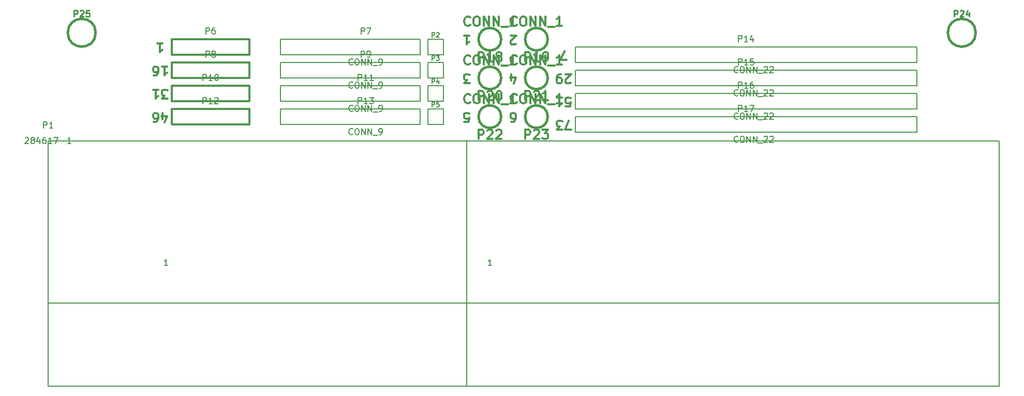
<source format=gto>
G04 (created by PCBNEW (2013-07-07 BZR 4022)-stable) date 02/06/2014 08:27:59*
%MOIN*%
G04 Gerber Fmt 3.4, Leading zero omitted, Abs format*
%FSLAX34Y34*%
G01*
G70*
G90*
G04 APERTURE LIST*
%ADD10C,0.00590551*%
%ADD11C,0.011811*%
%ADD12C,0.012*%
%ADD13C,0.015*%
%ADD14C,0.006*%
%ADD15C,0.008*%
%ADD16C,0.01*%
G04 APERTURE END LIST*
G54D10*
G54D11*
X62228Y-44851D02*
X61834Y-44851D01*
X62087Y-44260D01*
X61665Y-44851D02*
X61300Y-44851D01*
X61496Y-44626D01*
X61412Y-44626D01*
X61356Y-44598D01*
X61328Y-44570D01*
X61300Y-44514D01*
X61300Y-44373D01*
X61328Y-44317D01*
X61356Y-44289D01*
X61412Y-44260D01*
X61581Y-44260D01*
X61637Y-44289D01*
X61665Y-44317D01*
X61890Y-43351D02*
X62171Y-43351D01*
X62199Y-43070D01*
X62171Y-43098D01*
X62115Y-43126D01*
X61974Y-43126D01*
X61918Y-43098D01*
X61890Y-43070D01*
X61862Y-43014D01*
X61862Y-42873D01*
X61890Y-42817D01*
X61918Y-42789D01*
X61974Y-42760D01*
X62115Y-42760D01*
X62171Y-42789D01*
X62199Y-42817D01*
X61300Y-42760D02*
X61637Y-42760D01*
X61468Y-42760D02*
X61468Y-43351D01*
X61525Y-43267D01*
X61581Y-43210D01*
X61637Y-43182D01*
X62199Y-41795D02*
X62171Y-41823D01*
X62115Y-41851D01*
X61974Y-41851D01*
X61918Y-41823D01*
X61890Y-41795D01*
X61862Y-41739D01*
X61862Y-41682D01*
X61890Y-41598D01*
X62228Y-41260D01*
X61862Y-41260D01*
X61581Y-41260D02*
X61468Y-41260D01*
X61412Y-41289D01*
X61384Y-41317D01*
X61328Y-41401D01*
X61300Y-41514D01*
X61300Y-41739D01*
X61328Y-41795D01*
X61356Y-41823D01*
X61412Y-41851D01*
X61525Y-41851D01*
X61581Y-41823D01*
X61609Y-41795D01*
X61637Y-41739D01*
X61637Y-41598D01*
X61609Y-41542D01*
X61581Y-41514D01*
X61525Y-41485D01*
X61412Y-41485D01*
X61356Y-41514D01*
X61328Y-41542D01*
X61300Y-41598D01*
X61946Y-40351D02*
X61553Y-40351D01*
X61806Y-39760D01*
X58387Y-44351D02*
X58499Y-44351D01*
X58556Y-44323D01*
X58584Y-44295D01*
X58640Y-44210D01*
X58668Y-44098D01*
X58668Y-43873D01*
X58640Y-43817D01*
X58612Y-43789D01*
X58556Y-43760D01*
X58443Y-43760D01*
X58387Y-43789D01*
X58359Y-43817D01*
X58331Y-43873D01*
X58331Y-44014D01*
X58359Y-44070D01*
X58387Y-44098D01*
X58443Y-44126D01*
X58556Y-44126D01*
X58612Y-44098D01*
X58640Y-44070D01*
X58668Y-44014D01*
X55359Y-44351D02*
X55640Y-44351D01*
X55668Y-44070D01*
X55640Y-44098D01*
X55584Y-44126D01*
X55443Y-44126D01*
X55387Y-44098D01*
X55359Y-44070D01*
X55331Y-44014D01*
X55331Y-43873D01*
X55359Y-43817D01*
X55387Y-43789D01*
X55443Y-43760D01*
X55584Y-43760D01*
X55640Y-43789D01*
X55668Y-43817D01*
X58387Y-41654D02*
X58387Y-41260D01*
X58528Y-41879D02*
X58668Y-41457D01*
X58303Y-41457D01*
X55696Y-41851D02*
X55331Y-41851D01*
X55528Y-41626D01*
X55443Y-41626D01*
X55387Y-41598D01*
X55359Y-41570D01*
X55331Y-41514D01*
X55331Y-41373D01*
X55359Y-41317D01*
X55387Y-41289D01*
X55443Y-41260D01*
X55612Y-41260D01*
X55668Y-41289D01*
X55696Y-41317D01*
X58668Y-39295D02*
X58640Y-39323D01*
X58584Y-39351D01*
X58443Y-39351D01*
X58387Y-39323D01*
X58359Y-39295D01*
X58331Y-39239D01*
X58331Y-39182D01*
X58359Y-39098D01*
X58696Y-38760D01*
X58331Y-38760D01*
X55331Y-38760D02*
X55668Y-38760D01*
X55499Y-38760D02*
X55499Y-39351D01*
X55556Y-39267D01*
X55612Y-39210D01*
X55668Y-39182D01*
X35918Y-44154D02*
X35918Y-43760D01*
X36059Y-44379D02*
X36199Y-43957D01*
X35834Y-43957D01*
X35356Y-44351D02*
X35468Y-44351D01*
X35525Y-44323D01*
X35553Y-44295D01*
X35609Y-44210D01*
X35637Y-44098D01*
X35637Y-43873D01*
X35609Y-43817D01*
X35581Y-43789D01*
X35525Y-43760D01*
X35412Y-43760D01*
X35356Y-43789D01*
X35328Y-43817D01*
X35300Y-43873D01*
X35300Y-44014D01*
X35328Y-44070D01*
X35356Y-44098D01*
X35412Y-44126D01*
X35525Y-44126D01*
X35581Y-44098D01*
X35609Y-44070D01*
X35637Y-44014D01*
X36228Y-42851D02*
X35862Y-42851D01*
X36059Y-42626D01*
X35974Y-42626D01*
X35918Y-42598D01*
X35890Y-42570D01*
X35862Y-42514D01*
X35862Y-42373D01*
X35890Y-42317D01*
X35918Y-42289D01*
X35974Y-42260D01*
X36143Y-42260D01*
X36199Y-42289D01*
X36228Y-42317D01*
X35300Y-42260D02*
X35637Y-42260D01*
X35468Y-42260D02*
X35468Y-42851D01*
X35525Y-42767D01*
X35581Y-42710D01*
X35637Y-42682D01*
X35862Y-40760D02*
X36199Y-40760D01*
X36031Y-40760D02*
X36031Y-41351D01*
X36087Y-41267D01*
X36143Y-41210D01*
X36199Y-41182D01*
X35356Y-41351D02*
X35468Y-41351D01*
X35525Y-41323D01*
X35553Y-41295D01*
X35609Y-41210D01*
X35637Y-41098D01*
X35637Y-40873D01*
X35609Y-40817D01*
X35581Y-40789D01*
X35525Y-40760D01*
X35412Y-40760D01*
X35356Y-40789D01*
X35328Y-40817D01*
X35300Y-40873D01*
X35300Y-41014D01*
X35328Y-41070D01*
X35356Y-41098D01*
X35412Y-41126D01*
X35525Y-41126D01*
X35581Y-41098D01*
X35609Y-41070D01*
X35637Y-41014D01*
X35581Y-39260D02*
X35918Y-39260D01*
X35749Y-39260D02*
X35749Y-39851D01*
X35806Y-39767D01*
X35862Y-39710D01*
X35918Y-39682D01*
G54D10*
X55511Y-45570D02*
X55511Y-61397D01*
X28543Y-56043D02*
X89803Y-56043D01*
X28543Y-45570D02*
X28543Y-61397D01*
X28543Y-61397D02*
X89803Y-61397D01*
X89803Y-61397D02*
X89803Y-45570D01*
X55511Y-45492D02*
X55511Y-45649D01*
X28543Y-45570D02*
X89803Y-45570D01*
X43500Y-39000D02*
X52500Y-39000D01*
X52500Y-39000D02*
X52500Y-40000D01*
X52500Y-40000D02*
X43500Y-40000D01*
X43500Y-40000D02*
X43500Y-39000D01*
X43500Y-40500D02*
X52500Y-40500D01*
X52500Y-40500D02*
X52500Y-41500D01*
X52500Y-41500D02*
X43500Y-41500D01*
X43500Y-41500D02*
X43500Y-40500D01*
X43500Y-42000D02*
X52500Y-42000D01*
X52500Y-42000D02*
X52500Y-43000D01*
X52500Y-43000D02*
X43500Y-43000D01*
X43500Y-43000D02*
X43500Y-42000D01*
X43500Y-43500D02*
X52500Y-43500D01*
X52500Y-43500D02*
X52500Y-44500D01*
X52500Y-44500D02*
X43500Y-44500D01*
X43500Y-44500D02*
X43500Y-43500D01*
G54D12*
X36500Y-39000D02*
X36500Y-40000D01*
X41500Y-40000D02*
X41500Y-39000D01*
X36500Y-39000D02*
X41500Y-39000D01*
X41500Y-40000D02*
X36500Y-40000D01*
X36500Y-40500D02*
X36500Y-41500D01*
X41500Y-41500D02*
X41500Y-40500D01*
X36500Y-40500D02*
X41500Y-40500D01*
X41500Y-41500D02*
X36500Y-41500D01*
X36500Y-42000D02*
X36500Y-43000D01*
X41500Y-43000D02*
X41500Y-42000D01*
X36500Y-42000D02*
X41500Y-42000D01*
X41500Y-43000D02*
X36500Y-43000D01*
X36500Y-43500D02*
X36500Y-44500D01*
X41500Y-44500D02*
X41500Y-43500D01*
X36500Y-43500D02*
X41500Y-43500D01*
X41500Y-44500D02*
X36500Y-44500D01*
G54D10*
X84500Y-44000D02*
X62500Y-44000D01*
X62500Y-44000D02*
X62500Y-45000D01*
X62500Y-45000D02*
X84500Y-45000D01*
X84500Y-45000D02*
X84500Y-44000D01*
X84500Y-42500D02*
X62500Y-42500D01*
X62500Y-42500D02*
X62500Y-43500D01*
X62500Y-43500D02*
X84500Y-43500D01*
X84500Y-43500D02*
X84500Y-42500D01*
X84500Y-41000D02*
X62500Y-41000D01*
X62500Y-41000D02*
X62500Y-42000D01*
X62500Y-42000D02*
X84500Y-42000D01*
X84500Y-42000D02*
X84500Y-41000D01*
X84500Y-39500D02*
X62500Y-39500D01*
X62500Y-39500D02*
X62500Y-40500D01*
X62500Y-40500D02*
X84500Y-40500D01*
X84500Y-40500D02*
X84500Y-39500D01*
G54D13*
X57728Y-39000D02*
G75*
G03X57728Y-39000I-728J0D01*
G74*
G01*
X60728Y-39000D02*
G75*
G03X60728Y-39000I-728J0D01*
G74*
G01*
X57728Y-41500D02*
G75*
G03X57728Y-41500I-728J0D01*
G74*
G01*
X60728Y-41500D02*
G75*
G03X60728Y-41500I-728J0D01*
G74*
G01*
X57728Y-44000D02*
G75*
G03X57728Y-44000I-728J0D01*
G74*
G01*
X60728Y-44000D02*
G75*
G03X60728Y-44000I-728J0D01*
G74*
G01*
G54D14*
X54000Y-44500D02*
X53000Y-44500D01*
X53000Y-43500D02*
X54000Y-43500D01*
X53000Y-44500D02*
X53000Y-43500D01*
X54000Y-43500D02*
X54000Y-44500D01*
X54000Y-43000D02*
X53000Y-43000D01*
X53000Y-42000D02*
X54000Y-42000D01*
X53000Y-43000D02*
X53000Y-42000D01*
X54000Y-42000D02*
X54000Y-43000D01*
X54000Y-41500D02*
X53000Y-41500D01*
X53000Y-40500D02*
X54000Y-40500D01*
X53000Y-41500D02*
X53000Y-40500D01*
X54000Y-40500D02*
X54000Y-41500D01*
X54000Y-40000D02*
X53000Y-40000D01*
X53000Y-39000D02*
X54000Y-39000D01*
X53000Y-40000D02*
X53000Y-39000D01*
X54000Y-39000D02*
X54000Y-40000D01*
G54D13*
X31608Y-38582D02*
G75*
G03X31608Y-38582I-900J0D01*
G74*
G01*
X88301Y-38582D02*
G75*
G03X88301Y-38582I-900J0D01*
G74*
G01*
G54D10*
X28252Y-44730D02*
X28252Y-44336D01*
X28402Y-44336D01*
X28440Y-44355D01*
X28458Y-44374D01*
X28477Y-44411D01*
X28477Y-44467D01*
X28458Y-44505D01*
X28440Y-44523D01*
X28402Y-44542D01*
X28252Y-44542D01*
X28852Y-44730D02*
X28627Y-44730D01*
X28740Y-44730D02*
X28740Y-44336D01*
X28702Y-44392D01*
X28665Y-44430D01*
X28627Y-44449D01*
X27062Y-45374D02*
X27080Y-45355D01*
X27118Y-45336D01*
X27212Y-45336D01*
X27249Y-45355D01*
X27268Y-45374D01*
X27287Y-45411D01*
X27287Y-45449D01*
X27268Y-45505D01*
X27043Y-45730D01*
X27287Y-45730D01*
X27512Y-45505D02*
X27474Y-45486D01*
X27455Y-45467D01*
X27437Y-45430D01*
X27437Y-45411D01*
X27455Y-45374D01*
X27474Y-45355D01*
X27512Y-45336D01*
X27587Y-45336D01*
X27624Y-45355D01*
X27643Y-45374D01*
X27662Y-45411D01*
X27662Y-45430D01*
X27643Y-45467D01*
X27624Y-45486D01*
X27587Y-45505D01*
X27512Y-45505D01*
X27474Y-45523D01*
X27455Y-45542D01*
X27437Y-45580D01*
X27437Y-45655D01*
X27455Y-45692D01*
X27474Y-45711D01*
X27512Y-45730D01*
X27587Y-45730D01*
X27624Y-45711D01*
X27643Y-45692D01*
X27662Y-45655D01*
X27662Y-45580D01*
X27643Y-45542D01*
X27624Y-45523D01*
X27587Y-45505D01*
X27999Y-45467D02*
X27999Y-45730D01*
X27905Y-45317D02*
X27812Y-45598D01*
X28055Y-45598D01*
X28374Y-45336D02*
X28299Y-45336D01*
X28262Y-45355D01*
X28243Y-45374D01*
X28205Y-45430D01*
X28187Y-45505D01*
X28187Y-45655D01*
X28205Y-45692D01*
X28224Y-45711D01*
X28262Y-45730D01*
X28337Y-45730D01*
X28374Y-45711D01*
X28393Y-45692D01*
X28412Y-45655D01*
X28412Y-45561D01*
X28393Y-45523D01*
X28374Y-45505D01*
X28337Y-45486D01*
X28262Y-45486D01*
X28224Y-45505D01*
X28205Y-45523D01*
X28187Y-45561D01*
X28787Y-45730D02*
X28562Y-45730D01*
X28674Y-45730D02*
X28674Y-45336D01*
X28637Y-45392D01*
X28599Y-45430D01*
X28562Y-45449D01*
X28918Y-45336D02*
X29180Y-45336D01*
X29011Y-45730D01*
X29330Y-45580D02*
X29630Y-45580D01*
X30024Y-45730D02*
X29799Y-45730D01*
X29911Y-45730D02*
X29911Y-45336D01*
X29874Y-45392D01*
X29836Y-45430D01*
X29799Y-45449D01*
X57120Y-53604D02*
X56895Y-53604D01*
X57007Y-53604D02*
X57007Y-53210D01*
X56970Y-53266D01*
X56932Y-53304D01*
X56895Y-53323D01*
X36254Y-53604D02*
X36029Y-53604D01*
X36141Y-53604D02*
X36141Y-53210D01*
X36104Y-53266D01*
X36066Y-53304D01*
X36029Y-53323D01*
X48709Y-38659D02*
X48709Y-38265D01*
X48859Y-38265D01*
X48896Y-38284D01*
X48915Y-38303D01*
X48934Y-38340D01*
X48934Y-38396D01*
X48915Y-38434D01*
X48896Y-38453D01*
X48859Y-38471D01*
X48709Y-38471D01*
X49065Y-38265D02*
X49328Y-38265D01*
X49159Y-38659D01*
X48165Y-40621D02*
X48146Y-40640D01*
X48090Y-40659D01*
X48053Y-40659D01*
X47997Y-40640D01*
X47959Y-40603D01*
X47940Y-40565D01*
X47922Y-40490D01*
X47922Y-40434D01*
X47940Y-40359D01*
X47959Y-40321D01*
X47997Y-40284D01*
X48053Y-40265D01*
X48090Y-40265D01*
X48146Y-40284D01*
X48165Y-40303D01*
X48409Y-40265D02*
X48484Y-40265D01*
X48521Y-40284D01*
X48559Y-40321D01*
X48578Y-40396D01*
X48578Y-40528D01*
X48559Y-40603D01*
X48521Y-40640D01*
X48484Y-40659D01*
X48409Y-40659D01*
X48371Y-40640D01*
X48334Y-40603D01*
X48315Y-40528D01*
X48315Y-40396D01*
X48334Y-40321D01*
X48371Y-40284D01*
X48409Y-40265D01*
X48746Y-40659D02*
X48746Y-40265D01*
X48971Y-40659D01*
X48971Y-40265D01*
X49159Y-40659D02*
X49159Y-40265D01*
X49384Y-40659D01*
X49384Y-40265D01*
X49478Y-40696D02*
X49778Y-40696D01*
X49890Y-40659D02*
X49965Y-40659D01*
X50003Y-40640D01*
X50021Y-40621D01*
X50059Y-40565D01*
X50077Y-40490D01*
X50077Y-40340D01*
X50059Y-40303D01*
X50040Y-40284D01*
X50003Y-40265D01*
X49928Y-40265D01*
X49890Y-40284D01*
X49871Y-40303D01*
X49853Y-40340D01*
X49853Y-40434D01*
X49871Y-40471D01*
X49890Y-40490D01*
X49928Y-40509D01*
X50003Y-40509D01*
X50040Y-40490D01*
X50059Y-40471D01*
X50077Y-40434D01*
X48709Y-40159D02*
X48709Y-39765D01*
X48859Y-39765D01*
X48896Y-39784D01*
X48915Y-39803D01*
X48934Y-39840D01*
X48934Y-39896D01*
X48915Y-39934D01*
X48896Y-39953D01*
X48859Y-39971D01*
X48709Y-39971D01*
X49121Y-40159D02*
X49196Y-40159D01*
X49234Y-40140D01*
X49253Y-40121D01*
X49290Y-40065D01*
X49309Y-39990D01*
X49309Y-39840D01*
X49290Y-39803D01*
X49271Y-39784D01*
X49234Y-39765D01*
X49159Y-39765D01*
X49121Y-39784D01*
X49103Y-39803D01*
X49084Y-39840D01*
X49084Y-39934D01*
X49103Y-39971D01*
X49121Y-39990D01*
X49159Y-40009D01*
X49234Y-40009D01*
X49271Y-39990D01*
X49290Y-39971D01*
X49309Y-39934D01*
X48165Y-42121D02*
X48146Y-42140D01*
X48090Y-42159D01*
X48053Y-42159D01*
X47997Y-42140D01*
X47959Y-42103D01*
X47940Y-42065D01*
X47922Y-41990D01*
X47922Y-41934D01*
X47940Y-41859D01*
X47959Y-41821D01*
X47997Y-41784D01*
X48053Y-41765D01*
X48090Y-41765D01*
X48146Y-41784D01*
X48165Y-41803D01*
X48409Y-41765D02*
X48484Y-41765D01*
X48521Y-41784D01*
X48559Y-41821D01*
X48578Y-41896D01*
X48578Y-42028D01*
X48559Y-42103D01*
X48521Y-42140D01*
X48484Y-42159D01*
X48409Y-42159D01*
X48371Y-42140D01*
X48334Y-42103D01*
X48315Y-42028D01*
X48315Y-41896D01*
X48334Y-41821D01*
X48371Y-41784D01*
X48409Y-41765D01*
X48746Y-42159D02*
X48746Y-41765D01*
X48971Y-42159D01*
X48971Y-41765D01*
X49159Y-42159D02*
X49159Y-41765D01*
X49384Y-42159D01*
X49384Y-41765D01*
X49478Y-42196D02*
X49778Y-42196D01*
X49890Y-42159D02*
X49965Y-42159D01*
X50003Y-42140D01*
X50021Y-42121D01*
X50059Y-42065D01*
X50077Y-41990D01*
X50077Y-41840D01*
X50059Y-41803D01*
X50040Y-41784D01*
X50003Y-41765D01*
X49928Y-41765D01*
X49890Y-41784D01*
X49871Y-41803D01*
X49853Y-41840D01*
X49853Y-41934D01*
X49871Y-41971D01*
X49890Y-41990D01*
X49928Y-42009D01*
X50003Y-42009D01*
X50040Y-41990D01*
X50059Y-41971D01*
X50077Y-41934D01*
X48521Y-41659D02*
X48521Y-41265D01*
X48671Y-41265D01*
X48709Y-41284D01*
X48728Y-41303D01*
X48746Y-41340D01*
X48746Y-41396D01*
X48728Y-41434D01*
X48709Y-41453D01*
X48671Y-41471D01*
X48521Y-41471D01*
X49121Y-41659D02*
X48896Y-41659D01*
X49009Y-41659D02*
X49009Y-41265D01*
X48971Y-41321D01*
X48934Y-41359D01*
X48896Y-41378D01*
X49496Y-41659D02*
X49271Y-41659D01*
X49384Y-41659D02*
X49384Y-41265D01*
X49346Y-41321D01*
X49309Y-41359D01*
X49271Y-41378D01*
X48165Y-43621D02*
X48146Y-43640D01*
X48090Y-43659D01*
X48053Y-43659D01*
X47997Y-43640D01*
X47959Y-43603D01*
X47940Y-43565D01*
X47922Y-43490D01*
X47922Y-43434D01*
X47940Y-43359D01*
X47959Y-43321D01*
X47997Y-43284D01*
X48053Y-43265D01*
X48090Y-43265D01*
X48146Y-43284D01*
X48165Y-43303D01*
X48409Y-43265D02*
X48484Y-43265D01*
X48521Y-43284D01*
X48559Y-43321D01*
X48578Y-43396D01*
X48578Y-43528D01*
X48559Y-43603D01*
X48521Y-43640D01*
X48484Y-43659D01*
X48409Y-43659D01*
X48371Y-43640D01*
X48334Y-43603D01*
X48315Y-43528D01*
X48315Y-43396D01*
X48334Y-43321D01*
X48371Y-43284D01*
X48409Y-43265D01*
X48746Y-43659D02*
X48746Y-43265D01*
X48971Y-43659D01*
X48971Y-43265D01*
X49159Y-43659D02*
X49159Y-43265D01*
X49384Y-43659D01*
X49384Y-43265D01*
X49478Y-43696D02*
X49778Y-43696D01*
X49890Y-43659D02*
X49965Y-43659D01*
X50003Y-43640D01*
X50021Y-43621D01*
X50059Y-43565D01*
X50077Y-43490D01*
X50077Y-43340D01*
X50059Y-43303D01*
X50040Y-43284D01*
X50003Y-43265D01*
X49928Y-43265D01*
X49890Y-43284D01*
X49871Y-43303D01*
X49853Y-43340D01*
X49853Y-43434D01*
X49871Y-43471D01*
X49890Y-43490D01*
X49928Y-43509D01*
X50003Y-43509D01*
X50040Y-43490D01*
X50059Y-43471D01*
X50077Y-43434D01*
X48521Y-43159D02*
X48521Y-42765D01*
X48671Y-42765D01*
X48709Y-42784D01*
X48728Y-42803D01*
X48746Y-42840D01*
X48746Y-42896D01*
X48728Y-42934D01*
X48709Y-42953D01*
X48671Y-42971D01*
X48521Y-42971D01*
X49121Y-43159D02*
X48896Y-43159D01*
X49009Y-43159D02*
X49009Y-42765D01*
X48971Y-42821D01*
X48934Y-42859D01*
X48896Y-42878D01*
X49253Y-42765D02*
X49496Y-42765D01*
X49365Y-42915D01*
X49421Y-42915D01*
X49459Y-42934D01*
X49478Y-42953D01*
X49496Y-42990D01*
X49496Y-43084D01*
X49478Y-43121D01*
X49459Y-43140D01*
X49421Y-43159D01*
X49309Y-43159D01*
X49271Y-43140D01*
X49253Y-43121D01*
X48165Y-45121D02*
X48146Y-45140D01*
X48090Y-45159D01*
X48053Y-45159D01*
X47997Y-45140D01*
X47959Y-45103D01*
X47940Y-45065D01*
X47922Y-44990D01*
X47922Y-44934D01*
X47940Y-44859D01*
X47959Y-44821D01*
X47997Y-44784D01*
X48053Y-44765D01*
X48090Y-44765D01*
X48146Y-44784D01*
X48165Y-44803D01*
X48409Y-44765D02*
X48484Y-44765D01*
X48521Y-44784D01*
X48559Y-44821D01*
X48578Y-44896D01*
X48578Y-45028D01*
X48559Y-45103D01*
X48521Y-45140D01*
X48484Y-45159D01*
X48409Y-45159D01*
X48371Y-45140D01*
X48334Y-45103D01*
X48315Y-45028D01*
X48315Y-44896D01*
X48334Y-44821D01*
X48371Y-44784D01*
X48409Y-44765D01*
X48746Y-45159D02*
X48746Y-44765D01*
X48971Y-45159D01*
X48971Y-44765D01*
X49159Y-45159D02*
X49159Y-44765D01*
X49384Y-45159D01*
X49384Y-44765D01*
X49478Y-45196D02*
X49778Y-45196D01*
X49890Y-45159D02*
X49965Y-45159D01*
X50003Y-45140D01*
X50021Y-45121D01*
X50059Y-45065D01*
X50077Y-44990D01*
X50077Y-44840D01*
X50059Y-44803D01*
X50040Y-44784D01*
X50003Y-44765D01*
X49928Y-44765D01*
X49890Y-44784D01*
X49871Y-44803D01*
X49853Y-44840D01*
X49853Y-44934D01*
X49871Y-44971D01*
X49890Y-44990D01*
X49928Y-45009D01*
X50003Y-45009D01*
X50040Y-44990D01*
X50059Y-44971D01*
X50077Y-44934D01*
G54D15*
X38704Y-38661D02*
X38704Y-38261D01*
X38857Y-38261D01*
X38895Y-38280D01*
X38914Y-38300D01*
X38933Y-38338D01*
X38933Y-38395D01*
X38914Y-38433D01*
X38895Y-38452D01*
X38857Y-38471D01*
X38704Y-38471D01*
X39276Y-38261D02*
X39200Y-38261D01*
X39161Y-38280D01*
X39142Y-38300D01*
X39104Y-38357D01*
X39085Y-38433D01*
X39085Y-38585D01*
X39104Y-38623D01*
X39123Y-38642D01*
X39161Y-38661D01*
X39238Y-38661D01*
X39276Y-38642D01*
X39295Y-38623D01*
X39314Y-38585D01*
X39314Y-38490D01*
X39295Y-38452D01*
X39276Y-38433D01*
X39238Y-38414D01*
X39161Y-38414D01*
X39123Y-38433D01*
X39104Y-38452D01*
X39085Y-38490D01*
X38704Y-40161D02*
X38704Y-39761D01*
X38857Y-39761D01*
X38895Y-39780D01*
X38914Y-39800D01*
X38933Y-39838D01*
X38933Y-39895D01*
X38914Y-39933D01*
X38895Y-39952D01*
X38857Y-39971D01*
X38704Y-39971D01*
X39161Y-39933D02*
X39123Y-39914D01*
X39104Y-39895D01*
X39085Y-39857D01*
X39085Y-39838D01*
X39104Y-39800D01*
X39123Y-39780D01*
X39161Y-39761D01*
X39238Y-39761D01*
X39276Y-39780D01*
X39295Y-39800D01*
X39314Y-39838D01*
X39314Y-39857D01*
X39295Y-39895D01*
X39276Y-39914D01*
X39238Y-39933D01*
X39161Y-39933D01*
X39123Y-39952D01*
X39104Y-39971D01*
X39085Y-40009D01*
X39085Y-40085D01*
X39104Y-40123D01*
X39123Y-40142D01*
X39161Y-40161D01*
X39238Y-40161D01*
X39276Y-40142D01*
X39295Y-40123D01*
X39314Y-40085D01*
X39314Y-40009D01*
X39295Y-39971D01*
X39276Y-39952D01*
X39238Y-39933D01*
X38514Y-41661D02*
X38514Y-41261D01*
X38666Y-41261D01*
X38704Y-41280D01*
X38723Y-41300D01*
X38742Y-41338D01*
X38742Y-41395D01*
X38723Y-41433D01*
X38704Y-41452D01*
X38666Y-41471D01*
X38514Y-41471D01*
X39123Y-41661D02*
X38895Y-41661D01*
X39009Y-41661D02*
X39009Y-41261D01*
X38971Y-41319D01*
X38933Y-41357D01*
X38895Y-41376D01*
X39371Y-41261D02*
X39409Y-41261D01*
X39447Y-41280D01*
X39466Y-41300D01*
X39485Y-41338D01*
X39504Y-41414D01*
X39504Y-41509D01*
X39485Y-41585D01*
X39466Y-41623D01*
X39447Y-41642D01*
X39409Y-41661D01*
X39371Y-41661D01*
X39333Y-41642D01*
X39314Y-41623D01*
X39295Y-41585D01*
X39276Y-41509D01*
X39276Y-41414D01*
X39295Y-41338D01*
X39314Y-41300D01*
X39333Y-41280D01*
X39371Y-41261D01*
X38514Y-43161D02*
X38514Y-42761D01*
X38666Y-42761D01*
X38704Y-42780D01*
X38723Y-42800D01*
X38742Y-42838D01*
X38742Y-42895D01*
X38723Y-42933D01*
X38704Y-42952D01*
X38666Y-42971D01*
X38514Y-42971D01*
X39123Y-43161D02*
X38895Y-43161D01*
X39009Y-43161D02*
X39009Y-42761D01*
X38971Y-42819D01*
X38933Y-42857D01*
X38895Y-42876D01*
X39276Y-42800D02*
X39295Y-42780D01*
X39333Y-42761D01*
X39428Y-42761D01*
X39466Y-42780D01*
X39485Y-42800D01*
X39504Y-42838D01*
X39504Y-42876D01*
X39485Y-42933D01*
X39257Y-43161D01*
X39504Y-43161D01*
G54D10*
X73021Y-43659D02*
X73021Y-43265D01*
X73171Y-43265D01*
X73209Y-43284D01*
X73228Y-43303D01*
X73246Y-43340D01*
X73246Y-43396D01*
X73228Y-43434D01*
X73209Y-43453D01*
X73171Y-43471D01*
X73021Y-43471D01*
X73621Y-43659D02*
X73396Y-43659D01*
X73509Y-43659D02*
X73509Y-43265D01*
X73471Y-43321D01*
X73434Y-43359D01*
X73396Y-43378D01*
X73753Y-43265D02*
X74015Y-43265D01*
X73846Y-43659D01*
X72978Y-45621D02*
X72959Y-45640D01*
X72903Y-45659D01*
X72865Y-45659D01*
X72809Y-45640D01*
X72772Y-45603D01*
X72753Y-45565D01*
X72734Y-45490D01*
X72734Y-45434D01*
X72753Y-45359D01*
X72772Y-45321D01*
X72809Y-45284D01*
X72865Y-45265D01*
X72903Y-45265D01*
X72959Y-45284D01*
X72978Y-45303D01*
X73221Y-45265D02*
X73296Y-45265D01*
X73334Y-45284D01*
X73371Y-45321D01*
X73390Y-45396D01*
X73390Y-45528D01*
X73371Y-45603D01*
X73334Y-45640D01*
X73296Y-45659D01*
X73221Y-45659D01*
X73184Y-45640D01*
X73146Y-45603D01*
X73128Y-45528D01*
X73128Y-45396D01*
X73146Y-45321D01*
X73184Y-45284D01*
X73221Y-45265D01*
X73559Y-45659D02*
X73559Y-45265D01*
X73784Y-45659D01*
X73784Y-45265D01*
X73971Y-45659D02*
X73971Y-45265D01*
X74196Y-45659D01*
X74196Y-45265D01*
X74290Y-45696D02*
X74590Y-45696D01*
X74665Y-45303D02*
X74684Y-45284D01*
X74721Y-45265D01*
X74815Y-45265D01*
X74853Y-45284D01*
X74871Y-45303D01*
X74890Y-45340D01*
X74890Y-45378D01*
X74871Y-45434D01*
X74646Y-45659D01*
X74890Y-45659D01*
X75040Y-45303D02*
X75059Y-45284D01*
X75096Y-45265D01*
X75190Y-45265D01*
X75227Y-45284D01*
X75246Y-45303D01*
X75265Y-45340D01*
X75265Y-45378D01*
X75246Y-45434D01*
X75021Y-45659D01*
X75265Y-45659D01*
X73021Y-42159D02*
X73021Y-41765D01*
X73171Y-41765D01*
X73209Y-41784D01*
X73228Y-41803D01*
X73246Y-41840D01*
X73246Y-41896D01*
X73228Y-41934D01*
X73209Y-41953D01*
X73171Y-41971D01*
X73021Y-41971D01*
X73621Y-42159D02*
X73396Y-42159D01*
X73509Y-42159D02*
X73509Y-41765D01*
X73471Y-41821D01*
X73434Y-41859D01*
X73396Y-41878D01*
X73959Y-41765D02*
X73884Y-41765D01*
X73846Y-41784D01*
X73828Y-41803D01*
X73790Y-41859D01*
X73771Y-41934D01*
X73771Y-42084D01*
X73790Y-42121D01*
X73809Y-42140D01*
X73846Y-42159D01*
X73921Y-42159D01*
X73959Y-42140D01*
X73978Y-42121D01*
X73996Y-42084D01*
X73996Y-41990D01*
X73978Y-41953D01*
X73959Y-41934D01*
X73921Y-41915D01*
X73846Y-41915D01*
X73809Y-41934D01*
X73790Y-41953D01*
X73771Y-41990D01*
X72978Y-44121D02*
X72959Y-44140D01*
X72903Y-44159D01*
X72865Y-44159D01*
X72809Y-44140D01*
X72772Y-44103D01*
X72753Y-44065D01*
X72734Y-43990D01*
X72734Y-43934D01*
X72753Y-43859D01*
X72772Y-43821D01*
X72809Y-43784D01*
X72865Y-43765D01*
X72903Y-43765D01*
X72959Y-43784D01*
X72978Y-43803D01*
X73221Y-43765D02*
X73296Y-43765D01*
X73334Y-43784D01*
X73371Y-43821D01*
X73390Y-43896D01*
X73390Y-44028D01*
X73371Y-44103D01*
X73334Y-44140D01*
X73296Y-44159D01*
X73221Y-44159D01*
X73184Y-44140D01*
X73146Y-44103D01*
X73128Y-44028D01*
X73128Y-43896D01*
X73146Y-43821D01*
X73184Y-43784D01*
X73221Y-43765D01*
X73559Y-44159D02*
X73559Y-43765D01*
X73784Y-44159D01*
X73784Y-43765D01*
X73971Y-44159D02*
X73971Y-43765D01*
X74196Y-44159D01*
X74196Y-43765D01*
X74290Y-44196D02*
X74590Y-44196D01*
X74665Y-43803D02*
X74684Y-43784D01*
X74721Y-43765D01*
X74815Y-43765D01*
X74853Y-43784D01*
X74871Y-43803D01*
X74890Y-43840D01*
X74890Y-43878D01*
X74871Y-43934D01*
X74646Y-44159D01*
X74890Y-44159D01*
X75040Y-43803D02*
X75059Y-43784D01*
X75096Y-43765D01*
X75190Y-43765D01*
X75227Y-43784D01*
X75246Y-43803D01*
X75265Y-43840D01*
X75265Y-43878D01*
X75246Y-43934D01*
X75021Y-44159D01*
X75265Y-44159D01*
X73021Y-40659D02*
X73021Y-40265D01*
X73171Y-40265D01*
X73209Y-40284D01*
X73228Y-40303D01*
X73246Y-40340D01*
X73246Y-40396D01*
X73228Y-40434D01*
X73209Y-40453D01*
X73171Y-40471D01*
X73021Y-40471D01*
X73621Y-40659D02*
X73396Y-40659D01*
X73509Y-40659D02*
X73509Y-40265D01*
X73471Y-40321D01*
X73434Y-40359D01*
X73396Y-40378D01*
X73978Y-40265D02*
X73790Y-40265D01*
X73771Y-40453D01*
X73790Y-40434D01*
X73828Y-40415D01*
X73921Y-40415D01*
X73959Y-40434D01*
X73978Y-40453D01*
X73996Y-40490D01*
X73996Y-40584D01*
X73978Y-40621D01*
X73959Y-40640D01*
X73921Y-40659D01*
X73828Y-40659D01*
X73790Y-40640D01*
X73771Y-40621D01*
X72978Y-42621D02*
X72959Y-42640D01*
X72903Y-42659D01*
X72865Y-42659D01*
X72809Y-42640D01*
X72772Y-42603D01*
X72753Y-42565D01*
X72734Y-42490D01*
X72734Y-42434D01*
X72753Y-42359D01*
X72772Y-42321D01*
X72809Y-42284D01*
X72865Y-42265D01*
X72903Y-42265D01*
X72959Y-42284D01*
X72978Y-42303D01*
X73221Y-42265D02*
X73296Y-42265D01*
X73334Y-42284D01*
X73371Y-42321D01*
X73390Y-42396D01*
X73390Y-42528D01*
X73371Y-42603D01*
X73334Y-42640D01*
X73296Y-42659D01*
X73221Y-42659D01*
X73184Y-42640D01*
X73146Y-42603D01*
X73128Y-42528D01*
X73128Y-42396D01*
X73146Y-42321D01*
X73184Y-42284D01*
X73221Y-42265D01*
X73559Y-42659D02*
X73559Y-42265D01*
X73784Y-42659D01*
X73784Y-42265D01*
X73971Y-42659D02*
X73971Y-42265D01*
X74196Y-42659D01*
X74196Y-42265D01*
X74290Y-42696D02*
X74590Y-42696D01*
X74665Y-42303D02*
X74684Y-42284D01*
X74721Y-42265D01*
X74815Y-42265D01*
X74853Y-42284D01*
X74871Y-42303D01*
X74890Y-42340D01*
X74890Y-42378D01*
X74871Y-42434D01*
X74646Y-42659D01*
X74890Y-42659D01*
X75040Y-42303D02*
X75059Y-42284D01*
X75096Y-42265D01*
X75190Y-42265D01*
X75227Y-42284D01*
X75246Y-42303D01*
X75265Y-42340D01*
X75265Y-42378D01*
X75246Y-42434D01*
X75021Y-42659D01*
X75265Y-42659D01*
X73021Y-39159D02*
X73021Y-38765D01*
X73171Y-38765D01*
X73209Y-38784D01*
X73228Y-38803D01*
X73246Y-38840D01*
X73246Y-38896D01*
X73228Y-38934D01*
X73209Y-38953D01*
X73171Y-38971D01*
X73021Y-38971D01*
X73621Y-39159D02*
X73396Y-39159D01*
X73509Y-39159D02*
X73509Y-38765D01*
X73471Y-38821D01*
X73434Y-38859D01*
X73396Y-38878D01*
X73959Y-38896D02*
X73959Y-39159D01*
X73865Y-38746D02*
X73771Y-39028D01*
X74015Y-39028D01*
X72978Y-41121D02*
X72959Y-41140D01*
X72903Y-41159D01*
X72865Y-41159D01*
X72809Y-41140D01*
X72772Y-41103D01*
X72753Y-41065D01*
X72734Y-40990D01*
X72734Y-40934D01*
X72753Y-40859D01*
X72772Y-40821D01*
X72809Y-40784D01*
X72865Y-40765D01*
X72903Y-40765D01*
X72959Y-40784D01*
X72978Y-40803D01*
X73221Y-40765D02*
X73296Y-40765D01*
X73334Y-40784D01*
X73371Y-40821D01*
X73390Y-40896D01*
X73390Y-41028D01*
X73371Y-41103D01*
X73334Y-41140D01*
X73296Y-41159D01*
X73221Y-41159D01*
X73184Y-41140D01*
X73146Y-41103D01*
X73128Y-41028D01*
X73128Y-40896D01*
X73146Y-40821D01*
X73184Y-40784D01*
X73221Y-40765D01*
X73559Y-41159D02*
X73559Y-40765D01*
X73784Y-41159D01*
X73784Y-40765D01*
X73971Y-41159D02*
X73971Y-40765D01*
X74196Y-41159D01*
X74196Y-40765D01*
X74290Y-41196D02*
X74590Y-41196D01*
X74665Y-40803D02*
X74684Y-40784D01*
X74721Y-40765D01*
X74815Y-40765D01*
X74853Y-40784D01*
X74871Y-40803D01*
X74890Y-40840D01*
X74890Y-40878D01*
X74871Y-40934D01*
X74646Y-41159D01*
X74890Y-41159D01*
X75040Y-40803D02*
X75059Y-40784D01*
X75096Y-40765D01*
X75190Y-40765D01*
X75227Y-40784D01*
X75246Y-40803D01*
X75265Y-40840D01*
X75265Y-40878D01*
X75246Y-40934D01*
X75021Y-41159D01*
X75265Y-41159D01*
G54D12*
X56271Y-40442D02*
X56271Y-39842D01*
X56500Y-39842D01*
X56557Y-39871D01*
X56585Y-39900D01*
X56614Y-39957D01*
X56614Y-40042D01*
X56585Y-40100D01*
X56557Y-40128D01*
X56500Y-40157D01*
X56271Y-40157D01*
X57185Y-40442D02*
X56842Y-40442D01*
X57014Y-40442D02*
X57014Y-39842D01*
X56957Y-39928D01*
X56900Y-39985D01*
X56842Y-40014D01*
X57528Y-40100D02*
X57471Y-40071D01*
X57442Y-40042D01*
X57414Y-39985D01*
X57414Y-39957D01*
X57442Y-39900D01*
X57471Y-39871D01*
X57528Y-39842D01*
X57642Y-39842D01*
X57700Y-39871D01*
X57728Y-39900D01*
X57757Y-39957D01*
X57757Y-39985D01*
X57728Y-40042D01*
X57700Y-40071D01*
X57642Y-40100D01*
X57528Y-40100D01*
X57471Y-40128D01*
X57442Y-40157D01*
X57414Y-40214D01*
X57414Y-40328D01*
X57442Y-40385D01*
X57471Y-40414D01*
X57528Y-40442D01*
X57642Y-40442D01*
X57700Y-40414D01*
X57728Y-40385D01*
X57757Y-40328D01*
X57757Y-40214D01*
X57728Y-40157D01*
X57700Y-40128D01*
X57642Y-40100D01*
X55728Y-38085D02*
X55700Y-38114D01*
X55614Y-38142D01*
X55557Y-38142D01*
X55471Y-38114D01*
X55414Y-38057D01*
X55385Y-38000D01*
X55357Y-37885D01*
X55357Y-37800D01*
X55385Y-37685D01*
X55414Y-37628D01*
X55471Y-37571D01*
X55557Y-37542D01*
X55614Y-37542D01*
X55700Y-37571D01*
X55728Y-37600D01*
X56100Y-37542D02*
X56214Y-37542D01*
X56271Y-37571D01*
X56328Y-37628D01*
X56357Y-37742D01*
X56357Y-37942D01*
X56328Y-38057D01*
X56271Y-38114D01*
X56214Y-38142D01*
X56100Y-38142D01*
X56042Y-38114D01*
X55985Y-38057D01*
X55957Y-37942D01*
X55957Y-37742D01*
X55985Y-37628D01*
X56042Y-37571D01*
X56100Y-37542D01*
X56614Y-38142D02*
X56614Y-37542D01*
X56957Y-38142D01*
X56957Y-37542D01*
X57242Y-38142D02*
X57242Y-37542D01*
X57585Y-38142D01*
X57585Y-37542D01*
X57728Y-38200D02*
X58185Y-38200D01*
X58642Y-38142D02*
X58300Y-38142D01*
X58471Y-38142D02*
X58471Y-37542D01*
X58414Y-37628D01*
X58357Y-37685D01*
X58300Y-37714D01*
X59271Y-40442D02*
X59271Y-39842D01*
X59500Y-39842D01*
X59557Y-39871D01*
X59585Y-39900D01*
X59614Y-39957D01*
X59614Y-40042D01*
X59585Y-40100D01*
X59557Y-40128D01*
X59500Y-40157D01*
X59271Y-40157D01*
X60185Y-40442D02*
X59842Y-40442D01*
X60014Y-40442D02*
X60014Y-39842D01*
X59957Y-39928D01*
X59900Y-39985D01*
X59842Y-40014D01*
X60471Y-40442D02*
X60585Y-40442D01*
X60642Y-40414D01*
X60671Y-40385D01*
X60728Y-40300D01*
X60757Y-40185D01*
X60757Y-39957D01*
X60728Y-39900D01*
X60700Y-39871D01*
X60642Y-39842D01*
X60528Y-39842D01*
X60471Y-39871D01*
X60442Y-39900D01*
X60414Y-39957D01*
X60414Y-40100D01*
X60442Y-40157D01*
X60471Y-40185D01*
X60528Y-40214D01*
X60642Y-40214D01*
X60700Y-40185D01*
X60728Y-40157D01*
X60757Y-40100D01*
X58728Y-38085D02*
X58700Y-38114D01*
X58614Y-38142D01*
X58557Y-38142D01*
X58471Y-38114D01*
X58414Y-38057D01*
X58385Y-38000D01*
X58357Y-37885D01*
X58357Y-37800D01*
X58385Y-37685D01*
X58414Y-37628D01*
X58471Y-37571D01*
X58557Y-37542D01*
X58614Y-37542D01*
X58700Y-37571D01*
X58728Y-37600D01*
X59100Y-37542D02*
X59214Y-37542D01*
X59271Y-37571D01*
X59328Y-37628D01*
X59357Y-37742D01*
X59357Y-37942D01*
X59328Y-38057D01*
X59271Y-38114D01*
X59214Y-38142D01*
X59100Y-38142D01*
X59042Y-38114D01*
X58985Y-38057D01*
X58957Y-37942D01*
X58957Y-37742D01*
X58985Y-37628D01*
X59042Y-37571D01*
X59100Y-37542D01*
X59614Y-38142D02*
X59614Y-37542D01*
X59957Y-38142D01*
X59957Y-37542D01*
X60242Y-38142D02*
X60242Y-37542D01*
X60585Y-38142D01*
X60585Y-37542D01*
X60728Y-38200D02*
X61185Y-38200D01*
X61642Y-38142D02*
X61300Y-38142D01*
X61471Y-38142D02*
X61471Y-37542D01*
X61414Y-37628D01*
X61357Y-37685D01*
X61300Y-37714D01*
X56271Y-42942D02*
X56271Y-42342D01*
X56500Y-42342D01*
X56557Y-42371D01*
X56585Y-42400D01*
X56614Y-42457D01*
X56614Y-42542D01*
X56585Y-42600D01*
X56557Y-42628D01*
X56500Y-42657D01*
X56271Y-42657D01*
X56842Y-42400D02*
X56871Y-42371D01*
X56928Y-42342D01*
X57071Y-42342D01*
X57128Y-42371D01*
X57157Y-42400D01*
X57185Y-42457D01*
X57185Y-42514D01*
X57157Y-42600D01*
X56814Y-42942D01*
X57185Y-42942D01*
X57557Y-42342D02*
X57614Y-42342D01*
X57671Y-42371D01*
X57700Y-42400D01*
X57728Y-42457D01*
X57757Y-42571D01*
X57757Y-42714D01*
X57728Y-42828D01*
X57700Y-42885D01*
X57671Y-42914D01*
X57614Y-42942D01*
X57557Y-42942D01*
X57500Y-42914D01*
X57471Y-42885D01*
X57442Y-42828D01*
X57414Y-42714D01*
X57414Y-42571D01*
X57442Y-42457D01*
X57471Y-42400D01*
X57500Y-42371D01*
X57557Y-42342D01*
X55728Y-40585D02*
X55700Y-40614D01*
X55614Y-40642D01*
X55557Y-40642D01*
X55471Y-40614D01*
X55414Y-40557D01*
X55385Y-40500D01*
X55357Y-40385D01*
X55357Y-40300D01*
X55385Y-40185D01*
X55414Y-40128D01*
X55471Y-40071D01*
X55557Y-40042D01*
X55614Y-40042D01*
X55700Y-40071D01*
X55728Y-40100D01*
X56100Y-40042D02*
X56214Y-40042D01*
X56271Y-40071D01*
X56328Y-40128D01*
X56357Y-40242D01*
X56357Y-40442D01*
X56328Y-40557D01*
X56271Y-40614D01*
X56214Y-40642D01*
X56100Y-40642D01*
X56042Y-40614D01*
X55985Y-40557D01*
X55957Y-40442D01*
X55957Y-40242D01*
X55985Y-40128D01*
X56042Y-40071D01*
X56100Y-40042D01*
X56614Y-40642D02*
X56614Y-40042D01*
X56957Y-40642D01*
X56957Y-40042D01*
X57242Y-40642D02*
X57242Y-40042D01*
X57585Y-40642D01*
X57585Y-40042D01*
X57728Y-40700D02*
X58185Y-40700D01*
X58642Y-40642D02*
X58300Y-40642D01*
X58471Y-40642D02*
X58471Y-40042D01*
X58414Y-40128D01*
X58357Y-40185D01*
X58300Y-40214D01*
X59271Y-42942D02*
X59271Y-42342D01*
X59500Y-42342D01*
X59557Y-42371D01*
X59585Y-42400D01*
X59614Y-42457D01*
X59614Y-42542D01*
X59585Y-42600D01*
X59557Y-42628D01*
X59500Y-42657D01*
X59271Y-42657D01*
X59842Y-42400D02*
X59871Y-42371D01*
X59928Y-42342D01*
X60071Y-42342D01*
X60128Y-42371D01*
X60157Y-42400D01*
X60185Y-42457D01*
X60185Y-42514D01*
X60157Y-42600D01*
X59814Y-42942D01*
X60185Y-42942D01*
X60757Y-42942D02*
X60414Y-42942D01*
X60585Y-42942D02*
X60585Y-42342D01*
X60528Y-42428D01*
X60471Y-42485D01*
X60414Y-42514D01*
X58728Y-40585D02*
X58700Y-40614D01*
X58614Y-40642D01*
X58557Y-40642D01*
X58471Y-40614D01*
X58414Y-40557D01*
X58385Y-40500D01*
X58357Y-40385D01*
X58357Y-40300D01*
X58385Y-40185D01*
X58414Y-40128D01*
X58471Y-40071D01*
X58557Y-40042D01*
X58614Y-40042D01*
X58700Y-40071D01*
X58728Y-40100D01*
X59100Y-40042D02*
X59214Y-40042D01*
X59271Y-40071D01*
X59328Y-40128D01*
X59357Y-40242D01*
X59357Y-40442D01*
X59328Y-40557D01*
X59271Y-40614D01*
X59214Y-40642D01*
X59100Y-40642D01*
X59042Y-40614D01*
X58985Y-40557D01*
X58957Y-40442D01*
X58957Y-40242D01*
X58985Y-40128D01*
X59042Y-40071D01*
X59100Y-40042D01*
X59614Y-40642D02*
X59614Y-40042D01*
X59957Y-40642D01*
X59957Y-40042D01*
X60242Y-40642D02*
X60242Y-40042D01*
X60585Y-40642D01*
X60585Y-40042D01*
X60728Y-40700D02*
X61185Y-40700D01*
X61642Y-40642D02*
X61300Y-40642D01*
X61471Y-40642D02*
X61471Y-40042D01*
X61414Y-40128D01*
X61357Y-40185D01*
X61300Y-40214D01*
X56271Y-45442D02*
X56271Y-44842D01*
X56500Y-44842D01*
X56557Y-44871D01*
X56585Y-44900D01*
X56614Y-44957D01*
X56614Y-45042D01*
X56585Y-45100D01*
X56557Y-45128D01*
X56500Y-45157D01*
X56271Y-45157D01*
X56842Y-44900D02*
X56871Y-44871D01*
X56928Y-44842D01*
X57071Y-44842D01*
X57128Y-44871D01*
X57157Y-44900D01*
X57185Y-44957D01*
X57185Y-45014D01*
X57157Y-45100D01*
X56814Y-45442D01*
X57185Y-45442D01*
X57414Y-44900D02*
X57442Y-44871D01*
X57500Y-44842D01*
X57642Y-44842D01*
X57700Y-44871D01*
X57728Y-44900D01*
X57757Y-44957D01*
X57757Y-45014D01*
X57728Y-45100D01*
X57385Y-45442D01*
X57757Y-45442D01*
X55728Y-43085D02*
X55700Y-43114D01*
X55614Y-43142D01*
X55557Y-43142D01*
X55471Y-43114D01*
X55414Y-43057D01*
X55385Y-43000D01*
X55357Y-42885D01*
X55357Y-42800D01*
X55385Y-42685D01*
X55414Y-42628D01*
X55471Y-42571D01*
X55557Y-42542D01*
X55614Y-42542D01*
X55700Y-42571D01*
X55728Y-42600D01*
X56100Y-42542D02*
X56214Y-42542D01*
X56271Y-42571D01*
X56328Y-42628D01*
X56357Y-42742D01*
X56357Y-42942D01*
X56328Y-43057D01*
X56271Y-43114D01*
X56214Y-43142D01*
X56100Y-43142D01*
X56042Y-43114D01*
X55985Y-43057D01*
X55957Y-42942D01*
X55957Y-42742D01*
X55985Y-42628D01*
X56042Y-42571D01*
X56100Y-42542D01*
X56614Y-43142D02*
X56614Y-42542D01*
X56957Y-43142D01*
X56957Y-42542D01*
X57242Y-43142D02*
X57242Y-42542D01*
X57585Y-43142D01*
X57585Y-42542D01*
X57728Y-43200D02*
X58185Y-43200D01*
X58642Y-43142D02*
X58300Y-43142D01*
X58471Y-43142D02*
X58471Y-42542D01*
X58414Y-42628D01*
X58357Y-42685D01*
X58300Y-42714D01*
X59271Y-45442D02*
X59271Y-44842D01*
X59500Y-44842D01*
X59557Y-44871D01*
X59585Y-44900D01*
X59614Y-44957D01*
X59614Y-45042D01*
X59585Y-45100D01*
X59557Y-45128D01*
X59500Y-45157D01*
X59271Y-45157D01*
X59842Y-44900D02*
X59871Y-44871D01*
X59928Y-44842D01*
X60071Y-44842D01*
X60128Y-44871D01*
X60157Y-44900D01*
X60185Y-44957D01*
X60185Y-45014D01*
X60157Y-45100D01*
X59814Y-45442D01*
X60185Y-45442D01*
X60385Y-44842D02*
X60757Y-44842D01*
X60557Y-45071D01*
X60642Y-45071D01*
X60700Y-45100D01*
X60728Y-45128D01*
X60757Y-45185D01*
X60757Y-45328D01*
X60728Y-45385D01*
X60700Y-45414D01*
X60642Y-45442D01*
X60471Y-45442D01*
X60414Y-45414D01*
X60385Y-45385D01*
X58728Y-43085D02*
X58700Y-43114D01*
X58614Y-43142D01*
X58557Y-43142D01*
X58471Y-43114D01*
X58414Y-43057D01*
X58385Y-43000D01*
X58357Y-42885D01*
X58357Y-42800D01*
X58385Y-42685D01*
X58414Y-42628D01*
X58471Y-42571D01*
X58557Y-42542D01*
X58614Y-42542D01*
X58700Y-42571D01*
X58728Y-42600D01*
X59100Y-42542D02*
X59214Y-42542D01*
X59271Y-42571D01*
X59328Y-42628D01*
X59357Y-42742D01*
X59357Y-42942D01*
X59328Y-43057D01*
X59271Y-43114D01*
X59214Y-43142D01*
X59100Y-43142D01*
X59042Y-43114D01*
X58985Y-43057D01*
X58957Y-42942D01*
X58957Y-42742D01*
X58985Y-42628D01*
X59042Y-42571D01*
X59100Y-42542D01*
X59614Y-43142D02*
X59614Y-42542D01*
X59957Y-43142D01*
X59957Y-42542D01*
X60242Y-43142D02*
X60242Y-42542D01*
X60585Y-43142D01*
X60585Y-42542D01*
X60728Y-43200D02*
X61185Y-43200D01*
X61642Y-43142D02*
X61300Y-43142D01*
X61471Y-43142D02*
X61471Y-42542D01*
X61414Y-42628D01*
X61357Y-42685D01*
X61300Y-42714D01*
G54D14*
X53278Y-43371D02*
X53278Y-43071D01*
X53392Y-43071D01*
X53421Y-43085D01*
X53435Y-43100D01*
X53450Y-43128D01*
X53450Y-43171D01*
X53435Y-43200D01*
X53421Y-43214D01*
X53392Y-43228D01*
X53278Y-43228D01*
X53721Y-43071D02*
X53578Y-43071D01*
X53564Y-43214D01*
X53578Y-43200D01*
X53607Y-43185D01*
X53678Y-43185D01*
X53707Y-43200D01*
X53721Y-43214D01*
X53735Y-43242D01*
X53735Y-43314D01*
X53721Y-43342D01*
X53707Y-43357D01*
X53678Y-43371D01*
X53607Y-43371D01*
X53578Y-43357D01*
X53564Y-43342D01*
X53278Y-41871D02*
X53278Y-41571D01*
X53392Y-41571D01*
X53421Y-41585D01*
X53435Y-41600D01*
X53450Y-41628D01*
X53450Y-41671D01*
X53435Y-41700D01*
X53421Y-41714D01*
X53392Y-41728D01*
X53278Y-41728D01*
X53707Y-41671D02*
X53707Y-41871D01*
X53635Y-41557D02*
X53564Y-41771D01*
X53750Y-41771D01*
X53278Y-40371D02*
X53278Y-40071D01*
X53392Y-40071D01*
X53421Y-40085D01*
X53435Y-40100D01*
X53450Y-40128D01*
X53450Y-40171D01*
X53435Y-40200D01*
X53421Y-40214D01*
X53392Y-40228D01*
X53278Y-40228D01*
X53550Y-40071D02*
X53735Y-40071D01*
X53635Y-40185D01*
X53678Y-40185D01*
X53707Y-40200D01*
X53721Y-40214D01*
X53735Y-40242D01*
X53735Y-40314D01*
X53721Y-40342D01*
X53707Y-40357D01*
X53678Y-40371D01*
X53592Y-40371D01*
X53564Y-40357D01*
X53550Y-40342D01*
X53278Y-38871D02*
X53278Y-38571D01*
X53392Y-38571D01*
X53421Y-38585D01*
X53435Y-38600D01*
X53450Y-38628D01*
X53450Y-38671D01*
X53435Y-38700D01*
X53421Y-38714D01*
X53392Y-38728D01*
X53278Y-38728D01*
X53564Y-38600D02*
X53578Y-38585D01*
X53607Y-38571D01*
X53678Y-38571D01*
X53707Y-38585D01*
X53721Y-38600D01*
X53735Y-38628D01*
X53735Y-38657D01*
X53721Y-38700D01*
X53550Y-38871D01*
X53735Y-38871D01*
G54D16*
X30222Y-37544D02*
X30222Y-37144D01*
X30375Y-37144D01*
X30413Y-37163D01*
X30432Y-37182D01*
X30451Y-37220D01*
X30451Y-37277D01*
X30432Y-37316D01*
X30413Y-37335D01*
X30375Y-37354D01*
X30222Y-37354D01*
X30603Y-37182D02*
X30622Y-37163D01*
X30661Y-37144D01*
X30756Y-37144D01*
X30794Y-37163D01*
X30813Y-37182D01*
X30832Y-37220D01*
X30832Y-37258D01*
X30813Y-37316D01*
X30584Y-37544D01*
X30832Y-37544D01*
X31194Y-37144D02*
X31003Y-37144D01*
X30984Y-37335D01*
X31003Y-37316D01*
X31041Y-37296D01*
X31137Y-37296D01*
X31175Y-37316D01*
X31194Y-37335D01*
X31213Y-37373D01*
X31213Y-37468D01*
X31194Y-37506D01*
X31175Y-37525D01*
X31137Y-37544D01*
X31041Y-37544D01*
X31003Y-37525D01*
X30984Y-37506D01*
X86915Y-37544D02*
X86915Y-37144D01*
X87068Y-37144D01*
X87106Y-37163D01*
X87125Y-37182D01*
X87144Y-37220D01*
X87144Y-37277D01*
X87125Y-37316D01*
X87106Y-37335D01*
X87068Y-37354D01*
X86915Y-37354D01*
X87296Y-37182D02*
X87315Y-37163D01*
X87353Y-37144D01*
X87449Y-37144D01*
X87487Y-37163D01*
X87506Y-37182D01*
X87525Y-37220D01*
X87525Y-37258D01*
X87506Y-37316D01*
X87277Y-37544D01*
X87525Y-37544D01*
X87868Y-37277D02*
X87868Y-37544D01*
X87773Y-37125D02*
X87677Y-37411D01*
X87925Y-37411D01*
M02*

</source>
